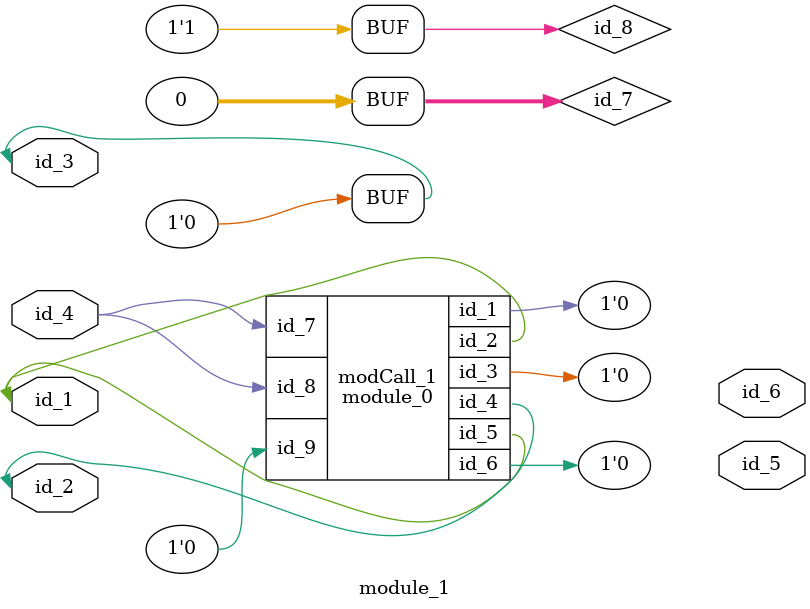
<source format=v>
module module_0 (
    id_1,
    id_2,
    id_3,
    id_4,
    id_5,
    id_6,
    id_7,
    id_8,
    id_9
);
  input wire id_9;
  input wire id_8;
  input wire id_7;
  inout wire id_6;
  output wire id_5;
  output wire id_4;
  inout wire id_3;
  inout wire id_2;
  output wire id_1;
  wire id_10;
  tri  id_11  =  1  ,  id_12  ,  id_13  ,  id_14  ,  id_15  ,  id_16  ,  id_17  ,  id_18  ,  id_19  ,  id_20  ,  id_21  ,  id_22  ,  id_23  ,  id_24  ;
endmodule
module module_1 (
    id_1,
    id_2,
    id_3,
    id_4,
    id_5,
    id_6
);
  output wire id_6;
  output wire id_5;
  input wire id_4;
  inout wire id_3;
  inout wire id_2;
  inout wire id_1;
  module_0 modCall_1 (
      id_3,
      id_1,
      id_3,
      id_2,
      id_1,
      id_3,
      id_4,
      id_4,
      id_3
  );
  integer id_7 = id_3;
  wire id_8 = 1, id_9, id_10, id_11, id_12 = {id_7, 1, id_4} & 1, id_13, id_14, id_15, id_16;
  assign id_3 = 'd0;
endmodule

</source>
